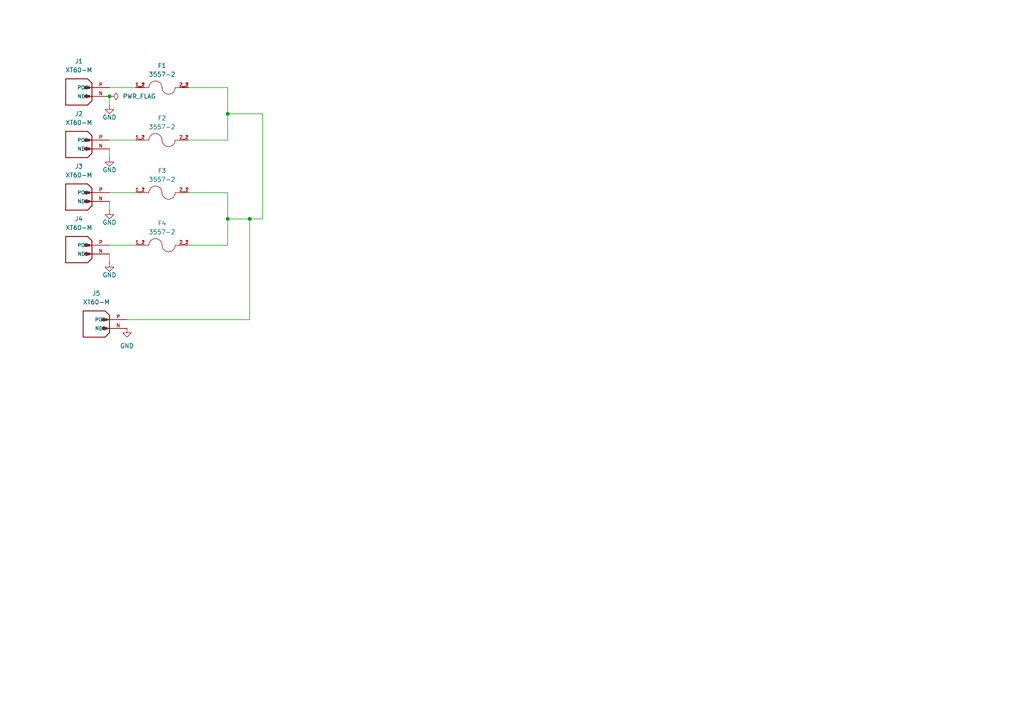
<source format=kicad_sch>
(kicad_sch (version 20231120) (generator "eeschema") (generator_version "8.0")
  (paper "A4")
  (lib_symbols
    (symbol "Fuse_Holder:3557-2" (pin_names (offset 1.016))
      (property "Reference" "F" (at -2.54 5.08 0))
      (property "Value" "3557-2" (at -2.54 -5.08 0))
      (symbol "3557-2_0_0"
        (arc (start 0 0) (mid -1.905 1.8967) (end -3.81 0) (stroke (width 0.1524)))
        (polyline (pts (xy -5.08 0) (xy -3.81 0)) (stroke (width 0.1524)))
        (polyline (pts (xy 5.08 0) (xy 3.81 0)) (stroke (width 0.1524)))
        (arc (start 0 0) (mid 1.905 -1.8967) (end 3.81 0) (stroke (width 0.1524)))
        (pin passive line (at -7.62 0 0) (length 2.54) (name "~") (number "1_1"))
        (pin passive line (at -7.62 0 0) (length 2.54) (name "~") (number "1_2"))
        (pin passive line (at 7.62 0 180) (length 2.54) (name "~") (number "2_1"))
        (pin passive line (at 7.62 0 180) (length 2.54) (name "~") (number "2_2"))
      )
    )
    (symbol "XT60-M:XT60-M" (pin_names (offset 1.016))
      (property "Reference" "J" (at 0 6.35 0))
      (property "Value" "XT60-M" (at 0 -5.08 0))
      (symbol "XT60-M_0_0"
        (polyline (pts (xy 0 -1.27) (xy 1.27 -2.54)) (stroke (width 0.254)))
        (polyline (pts (xy 0 0) (xy 1.905 0)) (stroke (width 0.254)))
        (polyline (pts (xy 0 2.54) (xy 0 -1.27)) (stroke (width 0.254)))
        (polyline (pts (xy 0 2.54) (xy 1.905 2.54)) (stroke (width 0.254)))
        (polyline (pts (xy 0 3.81) (xy 0 2.54)) (stroke (width 0.254)))
        (polyline (pts (xy 0 3.81) (xy 1.27 5.08)) (stroke (width 0.254)))
        (polyline (pts (xy 1.27 -2.54) (xy 7.62 -2.54)) (stroke (width 0.254)))
        (polyline (pts (xy 7.62 -2.54) (xy 7.62 5.08)) (stroke (width 0.254)))
        (polyline (pts (xy 7.62 5.08) (xy 1.27 5.08)) (stroke (width 0.254)))
        (rectangle (start 0.635 -0.3175) (end 2.2225 0.3175) (stroke (width 0.1)) (fill (type outline)))
        (rectangle (start 0.635 2.2225) (end 2.2225 2.8575) (stroke (width 0.1)) (fill (type outline)))
        (pin passive line (at -5.08 0 0) (length 5.08) (name "NEG") (number "N"))
        (pin passive line (at -5.08 2.54 0) (length 5.08) (name "POS") (number "P"))
      )
    )
    (symbol "power:GND" (power) (pin_numbers hide) (pin_names (offset 0) hide)
      (property "Value" "GND" (at 0 -3.81 0))
      (symbol "GND_0_1"
        (polyline (pts (xy 0 0) (xy 0 -1.27) (xy 1.27 -1.27) (xy 0 -2.54) (xy -1.27 -1.27) (xy 0 -1.27)))
      )
      (symbol "GND_1_1"
        (pin power_in line (at 0 0 270) (length 0) (name "~") (number "1"))
      )
    )
    (symbol "power:PWR_FLAG" (power) (pin_numbers hide) (pin_names (offset 0) hide)
      (property "Value" "PWR_FLAG" (at 0 3.81 0))
      (symbol "PWR_FLAG_0_0"
        (pin power_out line (at 0 0 90) (length 0) (name "~") (number "1"))
      )
      (symbol "PWR_FLAG_0_1"
        (polyline (pts (xy 0 0) (xy 0 1.27) (xy -1.016 1.905) (xy 0 2.54) (xy 1.016 1.905) (xy 0 1.27)))
      )
    )
  )
  (junction (at 31.75 27.94))
  (junction (at 66.04 33.02))
  (junction (at 66.04 63.5))
  (junction (at 72.39 63.5))
  (wire (pts (xy 76.2 63.5) (xy 72.39 63.5)))
  (wire (pts (xy 31.75 25.4) (xy 39.37 25.4)))
  (wire (pts (xy 66.04 33.02) (xy 76.2 33.02)))
  (wire (pts (xy 72.39 92.71) (xy 36.83 92.71)))
  (wire (pts (xy 66.04 55.88) (xy 66.04 63.5)))
  (wire (pts (xy 31.75 27.94) (xy 31.75 30.48)))
  (wire (pts (xy 31.75 43.18) (xy 31.75 45.72)))
  (wire (pts (xy 66.04 33.02) (xy 66.04 40.64)))
  (wire (pts (xy 72.39 63.5) (xy 72.39 92.71)))
  (wire (pts (xy 72.39 63.5) (xy 66.04 63.5)))
  (wire (pts (xy 66.04 71.12) (xy 54.61 71.12)))
  (wire (pts (xy 31.75 71.12) (xy 39.37 71.12)))
  (wire (pts (xy 54.61 25.4) (xy 66.04 25.4)))
  (wire (pts (xy 66.04 40.64) (xy 54.61 40.64)))
  (wire (pts (xy 54.61 55.88) (xy 66.04 55.88)))
  (wire (pts (xy 31.75 73.66) (xy 31.75 76.2)))
  (wire (pts (xy 31.75 40.64) (xy 39.37 40.64)))
  (wire (pts (xy 76.2 33.02) (xy 76.2 63.5)))
  (wire (pts (xy 66.04 25.4) (xy 66.04 33.02)))
  (wire (pts (xy 31.75 55.88) (xy 39.37 55.88)))
  (wire (pts (xy 31.75 58.42) (xy 31.75 60.96)))
  (wire (pts (xy 66.04 63.5) (xy 66.04 71.12)))
  (symbol (lib_id "power:GND") (at 31.75 45.72 0) (unit 1)
    (property "Reference" "#PWR01" (effects (hide yes)))
    (property "Value" "GND" (at 31.75 49.276 0))
    (property "Description" "Power symbol creates a global label with name \"GND\" , ground" (effects (hide yes)))
  )
  (symbol (lib_id "XT60-M:XT60-M") (at 26.67 27.94 0) (mirror y) (unit 1)
    (property "Reference" "J1" (at 22.86 17.78 0))
    (property "Value" "XT60-M" (at 22.86 20.32 0))
    (property "Footprint" "XT60-M:AMASS_XT60-M" (effects (hide yes)))
    (property "MF" "AMASS" (effects (hide yes)))
    (property "MAXIMUM_PACKAGE_HEIGHT" "16.00 mm" (effects (hide yes)))
    (property "Package" "Package" (effects (hide yes)))
    (property "Price" "None" (effects (hide yes)))
    (property "Check_prices" "https://www.snapeda.com/parts/XT60-M/AMASS/view-part/?ref=eda" (effects (hide yes)))
    (property "STANDARD" "IPC 7351B" (effects (hide yes)))
    (property "PARTREV" "V1.2" (effects (hide yes)))
    (property "SnapEDA_Link" "https://www.snapeda.com/parts/XT60-M/AMASS/view-part/?ref=snap" (effects (hide yes)))
    (property "MP" "XT60-M" (effects (hide yes)))
    (property "Description_1" "\n                        \n                            Plug; DC supply; XT60; male; PIN: 2; for cable; soldered; 30A; 500V\n                        \n" (effects (hide yes)))
    (property "Availability" "Not in stock" (effects (hide yes)))
    (property "MANUFACTURER" "AMASS" (effects (hide yes)))
  )
  (symbol (lib_id "Fuse_Holder:3557-2") (at 46.99 71.12 0) (unit 1)
    (property "Reference" "F4" (at 46.99 64.77 0))
    (property "Value" "3557-2" (at 46.99 67.31 0))
    (property "Footprint" "Fuse Holder:FUSE_3557-2" (effects (hide yes)))
    (property "MF" "Keystone Electronics" (effects (hide yes)))
    (property "MAXIMUM_PACKAGE_HEIGHT" "7.37mm" (effects (hide yes)))
    (property "Package" "Nonstandard Keystone" (effects (hide yes)))
    (property "Price" "None" (effects (hide yes)))
    (property "Check_prices" "https://www.snapeda.com/parts/3557-2/Keystone/view-part/?ref=eda" (effects (hide yes)))
    (property "STANDARD" "Manufacturer Recommendation" (effects (hide yes)))
    (property "PARTREV" "D" (effects (hide yes)))
    (property "SnapEDA_Link" "https://www.snapeda.com/parts/3557-2/Keystone/view-part/?ref=snap" (effects (hide yes)))
    (property "MP" "3557-2" (effects (hide yes)))
    (property "Description_1" "\n                        \n                            THM 2 in 1 Auto Blade Holder\n                        \n" (effects (hide yes)))
    (property "MANUFACTURER" "Keystone" (effects (hide yes)))
    (property "Availability" "In Stock" (effects (hide yes)))
    (property "SNAPEDA_PN" "3557-2" (effects (hide yes)))
  )
  (symbol (lib_id "Fuse_Holder:3557-2") (at 46.99 40.64 0) (unit 1)
    (property "Reference" "F2" (at 46.99 34.29 0))
    (property "Value" "3557-2" (at 46.99 36.83 0))
    (property "Footprint" "Fuse Holder:FUSE_3557-2" (effects (hide yes)))
    (property "MF" "Keystone Electronics" (effects (hide yes)))
    (property "MAXIMUM_PACKAGE_HEIGHT" "7.37mm" (effects (hide yes)))
    (property "Package" "Nonstandard Keystone" (effects (hide yes)))
    (property "Price" "None" (effects (hide yes)))
    (property "Check_prices" "https://www.snapeda.com/parts/3557-2/Keystone/view-part/?ref=eda" (effects (hide yes)))
    (property "STANDARD" "Manufacturer Recommendation" (effects (hide yes)))
    (property "PARTREV" "D" (effects (hide yes)))
    (property "SnapEDA_Link" "https://www.snapeda.com/parts/3557-2/Keystone/view-part/?ref=snap" (effects (hide yes)))
    (property "MP" "3557-2" (effects (hide yes)))
    (property "Description_1" "\n                        \n                            THM 2 in 1 Auto Blade Holder\n                        \n" (effects (hide yes)))
    (property "MANUFACTURER" "Keystone" (effects (hide yes)))
    (property "Availability" "In Stock" (effects (hide yes)))
    (property "SNAPEDA_PN" "3557-2" (effects (hide yes)))
  )
  (symbol (lib_id "XT60-M:XT60-M") (at 26.67 58.42 0) (mirror y) (unit 1)
    (property "Reference" "J3" (at 22.86 48.26 0))
    (property "Value" "XT60-M" (at 22.86 50.8 0))
    (property "Footprint" "XT60-M:AMASS_XT60-M" (effects (hide yes)))
    (property "MF" "AMASS" (effects (hide yes)))
    (property "MAXIMUM_PACKAGE_HEIGHT" "16.00 mm" (effects (hide yes)))
    (property "Package" "Package" (effects (hide yes)))
    (property "Price" "None" (effects (hide yes)))
    (property "Check_prices" "https://www.snapeda.com/parts/XT60-M/AMASS/view-part/?ref=eda" (effects (hide yes)))
    (property "STANDARD" "IPC 7351B" (effects (hide yes)))
    (property "PARTREV" "V1.2" (effects (hide yes)))
    (property "SnapEDA_Link" "https://www.snapeda.com/parts/XT60-M/AMASS/view-part/?ref=snap" (effects (hide yes)))
    (property "MP" "XT60-M" (effects (hide yes)))
    (property "Description_1" "\n                        \n                            Plug; DC supply; XT60; male; PIN: 2; for cable; soldered; 30A; 500V\n                        \n" (effects (hide yes)))
    (property "Availability" "Not in stock" (effects (hide yes)))
    (property "MANUFACTURER" "AMASS" (effects (hide yes)))
  )
  (symbol (lib_id "power:GND") (at 31.75 60.96 0) (unit 1)
    (property "Reference" "#PWR03" (effects (hide yes)))
    (property "Value" "GND" (at 31.75 64.516 0))
    (property "Description" "Power symbol creates a global label with name \"GND\" , ground" (effects (hide yes)))
  )
  (symbol (lib_id "Fuse_Holder:3557-2") (at 46.99 25.4 0) (unit 1)
    (property "Reference" "F1" (at 46.99 19.05 0))
    (property "Value" "3557-2" (at 46.99 21.59 0))
    (property "Footprint" "Fuse Holder:FUSE_3557-2" (effects (hide yes)))
    (property "MF" "Keystone Electronics" (effects (hide yes)))
    (property "MAXIMUM_PACKAGE_HEIGHT" "7.37mm" (effects (hide yes)))
    (property "Package" "Nonstandard Keystone" (effects (hide yes)))
    (property "Price" "None" (effects (hide yes)))
    (property "Check_prices" "https://www.snapeda.com/parts/3557-2/Keystone/view-part/?ref=eda" (effects (hide yes)))
    (property "STANDARD" "Manufacturer Recommendation" (effects (hide yes)))
    (property "PARTREV" "D" (effects (hide yes)))
    (property "SnapEDA_Link" "https://www.snapeda.com/parts/3557-2/Keystone/view-part/?ref=snap" (effects (hide yes)))
    (property "MP" "3557-2" (effects (hide yes)))
    (property "Description_1" "\n                        \n                            THM 2 in 1 Auto Blade Holder\n                        \n" (effects (hide yes)))
    (property "MANUFACTURER" "Keystone" (effects (hide yes)))
    (property "Availability" "In Stock" (effects (hide yes)))
    (property "SNAPEDA_PN" "3557-2" (effects (hide yes)))
  )
  (symbol (lib_id "XT60-M:XT60-M") (at 26.67 73.66 0) (mirror y) (unit 1)
    (property "Reference" "J4" (at 22.86 63.5 0))
    (property "Value" "XT60-M" (at 22.86 66.04 0))
    (property "Footprint" "XT60-M:AMASS_XT60-M" (effects (hide yes)))
    (property "MF" "AMASS" (effects (hide yes)))
    (property "MAXIMUM_PACKAGE_HEIGHT" "16.00 mm" (effects (hide yes)))
    (property "Package" "Package" (effects (hide yes)))
    (property "Price" "None" (effects (hide yes)))
    (property "Check_prices" "https://www.snapeda.com/parts/XT60-M/AMASS/view-part/?ref=eda" (effects (hide yes)))
    (property "STANDARD" "IPC 7351B" (effects (hide yes)))
    (property "PARTREV" "V1.2" (effects (hide yes)))
    (property "SnapEDA_Link" "https://www.snapeda.com/parts/XT60-M/AMASS/view-part/?ref=snap" (effects (hide yes)))
    (property "MP" "XT60-M" (effects (hide yes)))
    (property "Description_1" "\n                        \n                            Plug; DC supply; XT60; male; PIN: 2; for cable; soldered; 30A; 500V\n                        \n" (effects (hide yes)))
    (property "Availability" "Not in stock" (effects (hide yes)))
    (property "MANUFACTURER" "AMASS" (effects (hide yes)))
  )
  (symbol (lib_id "power:GND") (at 36.83 95.25 0) (unit 1)
    (property "Reference" "#PWR05" (effects (hide yes)))
    (property "Value" "GND" (at 36.83 100.33 0))
    (property "Description" "Power symbol creates a global label with name \"GND\" , ground" (effects (hide yes)))
  )
  (symbol (lib_id "XT60-M:XT60-M") (at 26.67 43.18 0) (mirror y) (unit 1)
    (property "Reference" "J2" (at 22.86 33.02 0))
    (property "Value" "XT60-M" (at 22.86 35.56 0))
    (property "Footprint" "XT60-M:AMASS_XT60-M" (effects (hide yes)))
    (property "MF" "AMASS" (effects (hide yes)))
    (property "MAXIMUM_PACKAGE_HEIGHT" "16.00 mm" (effects (hide yes)))
    (property "Package" "Package" (effects (hide yes)))
    (property "Price" "None" (effects (hide yes)))
    (property "Check_prices" "https://www.snapeda.com/parts/XT60-M/AMASS/view-part/?ref=eda" (effects (hide yes)))
    (property "STANDARD" "IPC 7351B" (effects (hide yes)))
    (property "PARTREV" "V1.2" (effects (hide yes)))
    (property "SnapEDA_Link" "https://www.snapeda.com/parts/XT60-M/AMASS/view-part/?ref=snap" (effects (hide yes)))
    (property "MP" "XT60-M" (effects (hide yes)))
    (property "Description_1" "\n                        \n                            Plug; DC supply; XT60; male; PIN: 2; for cable; soldered; 30A; 500V\n                        \n" (effects (hide yes)))
    (property "Availability" "Not in stock" (effects (hide yes)))
    (property "MANUFACTURER" "AMASS" (effects (hide yes)))
  )
  (symbol (lib_id "power:PWR_FLAG") (at 31.75 27.94 270) (unit 1)
    (property "Reference" "#FLG01" (effects (hide yes)))
    (property "Value" "PWR_FLAG" (at 35.56 27.9399 90) (effects (justify left)))
    (property "Description" "Special symbol for telling ERC where power comes from" (effects (hide yes)))
  )
  (symbol (lib_id "power:GND") (at 31.75 76.2 0) (unit 1)
    (property "Reference" "#PWR04" (effects (hide yes)))
    (property "Value" "GND" (at 31.75 79.756 0))
    (property "Description" "Power symbol creates a global label with name \"GND\" , ground" (effects (hide yes)))
  )
  (symbol (lib_id "power:GND") (at 31.75 30.48 0) (unit 1)
    (property "Reference" "#PWR02" (effects (hide yes)))
    (property "Value" "GND" (at 31.75 34.036 0))
    (property "Description" "Power symbol creates a global label with name \"GND\" , ground" (effects (hide yes)))
  )
  (symbol (lib_id "XT60-M:XT60-M") (at 31.75 95.25 0) (mirror y) (unit 1)
    (property "Reference" "J5" (at 27.94 85.09 0))
    (property "Value" "XT60-M" (at 27.94 87.63 0))
    (property "Footprint" "XT60-M:AMASS_XT60-M" (effects (hide yes)))
    (property "MF" "AMASS" (effects (hide yes)))
    (property "MAXIMUM_PACKAGE_HEIGHT" "16.00 mm" (effects (hide yes)))
    (property "Package" "Package" (effects (hide yes)))
    (property "Price" "None" (effects (hide yes)))
    (property "Check_prices" "https://www.snapeda.com/parts/XT60-M/AMASS/view-part/?ref=eda" (effects (hide yes)))
    (property "STANDARD" "IPC 7351B" (effects (hide yes)))
    (property "PARTREV" "V1.2" (effects (hide yes)))
    (property "SnapEDA_Link" "https://www.snapeda.com/parts/XT60-M/AMASS/view-part/?ref=snap" (effects (hide yes)))
    (property "MP" "XT60-M" (effects (hide yes)))
    (property "Description_1" "\n                        \n                            Plug; DC supply; XT60; male; PIN: 2; for cable; soldered; 30A; 500V\n                        \n" (effects (hide yes)))
    (property "Availability" "Not in stock" (effects (hide yes)))
    (property "MANUFACTURER" "AMASS" (effects (hide yes)))
  )
  (symbol (lib_id "Fuse_Holder:3557-2") (at 46.99 55.88 0) (unit 1)
    (property "Reference" "F3" (at 46.99 49.53 0))
    (property "Value" "3557-2" (at 46.99 52.07 0))
    (property "Footprint" "Fuse Holder:FUSE_3557-2" (effects (hide yes)))
    (property "MF" "Keystone Electronics" (effects (hide yes)))
    (property "MAXIMUM_PACKAGE_HEIGHT" "7.37mm" (effects (hide yes)))
    (property "Package" "Nonstandard Keystone" (effects (hide yes)))
    (property "Price" "None" (effects (hide yes)))
    (property "Check_prices" "https://www.snapeda.com/parts/3557-2/Keystone/view-part/?ref=eda" (effects (hide yes)))
    (property "STANDARD" "Manufacturer Recommendation" (effects (hide yes)))
    (property "PARTREV" "D" (effects (hide yes)))
    (property "SnapEDA_Link" "https://www.snapeda.com/parts/3557-2/Keystone/view-part/?ref=snap" (effects (hide yes)))
    (property "MP" "3557-2" (effects (hide yes)))
    (property "Description_1" "\n                        \n                            THM 2 in 1 Auto Blade Holder\n                        \n" (effects (hide yes)))
    (property "MANUFACTURER" "Keystone" (effects (hide yes)))
    (property "Availability" "In Stock" (effects (hide yes)))
    (property "SNAPEDA_PN" "3557-2" (effects (hide yes)))
  )
)
</source>
